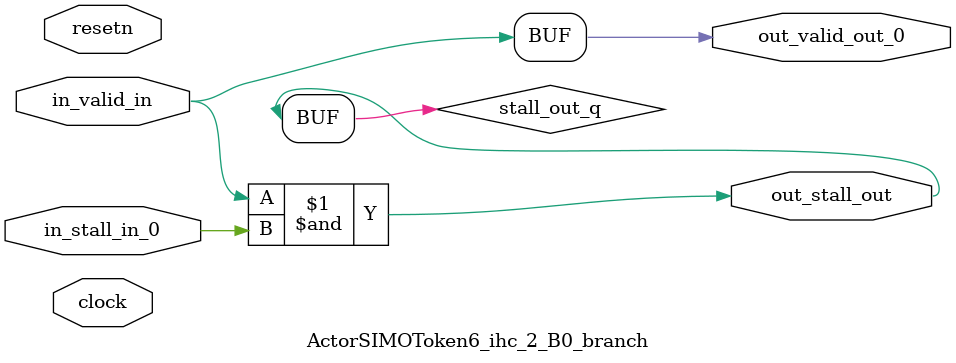
<source format=sv>



(* altera_attribute = "-name AUTO_SHIFT_REGISTER_RECOGNITION OFF; -name MESSAGE_DISABLE 10036; -name MESSAGE_DISABLE 10037; -name MESSAGE_DISABLE 14130; -name MESSAGE_DISABLE 14320; -name MESSAGE_DISABLE 15400; -name MESSAGE_DISABLE 14130; -name MESSAGE_DISABLE 10036; -name MESSAGE_DISABLE 12020; -name MESSAGE_DISABLE 12030; -name MESSAGE_DISABLE 12010; -name MESSAGE_DISABLE 12110; -name MESSAGE_DISABLE 14320; -name MESSAGE_DISABLE 13410; -name MESSAGE_DISABLE 113007; -name MESSAGE_DISABLE 10958" *)
module ActorSIMOToken6_ihc_2_B0_branch (
    input wire [0:0] in_stall_in_0,
    input wire [0:0] in_valid_in,
    output wire [0:0] out_stall_out,
    output wire [0:0] out_valid_out_0,
    input wire clock,
    input wire resetn
    );

    wire [0:0] stall_out_q;


    // stall_out(LOGICAL,6)
    assign stall_out_q = in_valid_in & in_stall_in_0;

    // out_stall_out(GPOUT,4)
    assign out_stall_out = stall_out_q;

    // out_valid_out_0(GPOUT,5)
    assign out_valid_out_0 = in_valid_in;

endmodule

</source>
